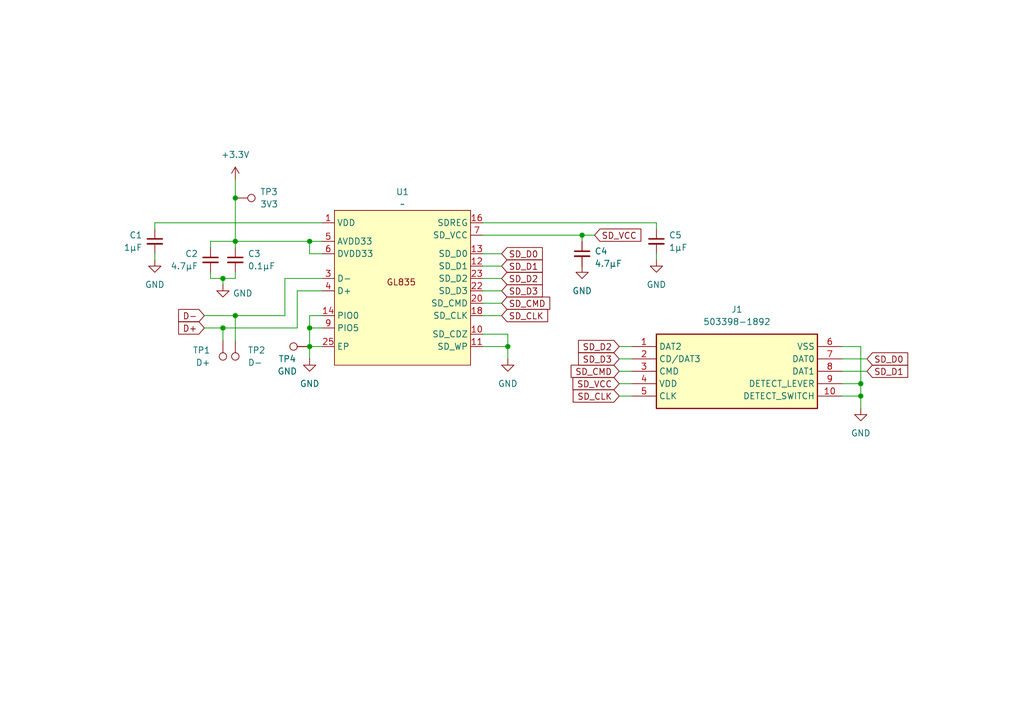
<source format=kicad_sch>
(kicad_sch (version 20240602) (generator "eeschema") (generator_version "8.99")
  (paper "A5")
  (lib_symbols
    (symbol "Connector:TestPoint" (pin_numbers hide) (pin_names (offset 0.762) hide)
      (property "Reference" "TP" (at 0 6.858 0))
      (property "Value" "TestPoint" (at 0 5.08 0))
      (symbol "TestPoint_0_1"
        (circle (center 0 3.302) (radius 0.762))
      )
      (symbol "TestPoint_1_1"
        (pin passive line (at 0 0 90) (length 2.54) (name "1") (number "1"))
      )
    )
    (symbol "Device:C_Small" (pin_numbers hide) (pin_names (offset 0.254) hide)
      (property "Reference" "C" (at 0.254 1.778 0))
      (property "Value" "C_Small" (at 0.254 -2.032 0))
      (symbol "C_Small_0_1"
        (polyline (pts (xy -1.524 0.508) (xy 1.524 0.508)) (stroke (width 0.3048)))
        (polyline (pts (xy -1.524 -0.508) (xy 1.524 -0.508)) (stroke (width 0.3302)))
      )
      (symbol "C_Small_1_1"
        (pin passive line (at 0 2.54 270) (length 2.032) (name "~") (number "1"))
        (pin passive line (at 0 -2.54 90) (length 2.032) (name "~") (number "2"))
      )
    )
    (symbol "SamacSys_Parts:503398-1892"
      (property "Reference" "J" (at 39.37 7.62 0))
      (property "Value" "503398-1892" (at 39.37 5.08 0))
      (symbol "503398-1892_1_1"
        (rectangle (start 5.08 2.54) (end 38.1 -12.7) (stroke (width 0.254)) (fill (type background)))
        (pin passive line (at 0 0 0) (length 5.08) (name "DAT2") (number "1"))
        (pin passive line (at 43.18 -10.16 180) (length 5.08) (name "DETECT_SWITCH") (number "10"))
        (pin passive line (at 0 -2.54 0) (length 5.08) (name "CD/DAT3") (number "2"))
        (pin passive line (at 0 -5.08 0) (length 5.08) (name "CMD") (number "3"))
        (pin passive line (at 0 -7.62 0) (length 5.08) (name "VDD") (number "4"))
        (pin passive line (at 0 -10.16 0) (length 5.08) (name "CLK") (number "5"))
        (pin passive line (at 43.18 0 180) (length 5.08) (name "VSS") (number "6"))
        (pin passive line (at 43.18 -2.54 180) (length 5.08) (name "DAT0") (number "7"))
        (pin passive line (at 43.18 -5.08 180) (length 5.08) (name "DAT1") (number "8"))
        (pin passive line (at 43.18 -7.62 180) (length 5.08) (name "DETECT_LEVER") (number "9"))
      )
    )
    (symbol "SamacSys_Parts:GL835"
      (property "Reference" "U1" (at 0 19.05 0))
      (property "Value" "~" (at 0 16.51 0))
      (symbol "GL835_1_1"
        (rectangle (start -13.97 15.24) (end 13.97 -16.51) (fill (type background)))
        (text "GL835" (at -0.254 0.508 0) (effects (font (size 1.27 1.27))))
        (pin input line (at -16.51 12.7 0) (length 2.54) (name "VDD") (number "1"))
        (pin input line (at 16.51 -10.16 180) (length 2.54) (name "SD_CDZ") (number "10"))
        (pin input line (at 16.51 -12.7 180) (length 2.54) (name "SD_WP") (number "11"))
        (pin input line (at 16.51 3.81 180) (length 2.54) (name "SD_D1") (number "12"))
        (pin input line (at 16.51 6.35 180) (length 2.54) (name "SD_D0") (number "13"))
        (pin input line (at -16.51 -6.35 0) (length 2.54) (name "PIO0") (number "14"))
        (pin input line (at 16.51 12.7 180) (length 2.54) (name "SDREG") (number "16"))
        (pin input line (at 16.51 -6.35 180) (length 2.54) (name "SD_CLK") (number "18"))
        (pin input line (at 16.51 -3.81 180) (length 2.54) (name "SD_CMD") (number "20"))
        (pin input line (at 16.51 -1.27 180) (length 2.54) (name "SD_D3") (number "22"))
        (pin input line (at 16.51 1.27 180) (length 2.54) (name "SD_D2") (number "23"))
        (pin input line (at -16.51 -12.7 0) (length 2.54) (name "EP") (number "25"))
        (pin input line (at -16.51 1.27 0) (length 2.54) (name "D-") (number "3"))
        (pin input line (at -16.51 -1.27 0) (length 2.54) (name "D+") (number "4"))
        (pin input line (at -16.51 8.89 0) (length 2.54) (name "AVDD33") (number "5"))
        (pin input line (at -16.51 6.35 0) (length 2.54) (name "DVDD33") (number "6"))
        (pin input line (at 16.51 10.16 180) (length 2.54) (name "SD_VCC") (number "7"))
        (pin input line (at -16.51 -8.89 0) (length 2.54) (name "PIO5") (number "9"))
      )
    )
    (symbol "power:+3.3V" (power) (pin_numbers hide) (pin_names (offset 0) hide)
      (property "Value" "+3.3V" (at 0 3.556 0))
      (symbol "+3.3V_0_1"
        (polyline (pts (xy -0.762 1.27) (xy 0 2.54)))
        (polyline (pts (xy 0 2.54) (xy 0.762 1.27)))
        (polyline (pts (xy 0 0) (xy 0 2.54)))
      )
      (symbol "+3.3V_1_1"
        (pin power_in line (at 0 0 90) (length 0) (name "~") (number "1"))
      )
    )
    (symbol "power:GND" (power) (pin_numbers hide) (pin_names (offset 0) hide)
      (property "Value" "GND" (at 0 -3.81 0))
      (symbol "GND_0_1"
        (polyline (pts (xy 0 0) (xy 0 -1.27) (xy 1.27 -1.27) (xy 0 -2.54) (xy -1.27 -1.27) (xy 0 -1.27)))
      )
      (symbol "GND_1_1"
        (pin power_in line (at 0 0 270) (length 0) (name "~") (number "1"))
      )
    )
  )
  (junction (at 45.72 67.31))
  (junction (at 48.26 64.77))
  (junction (at 104.14 71.12))
  (junction (at 48.26 40.64))
  (junction (at 176.53 81.28))
  (junction (at 63.5 49.53))
  (junction (at 119.38 48.26))
  (junction (at 63.5 71.12))
  (junction (at 48.26 49.53))
  (junction (at 176.53 78.74))
  (junction (at 63.5 67.31))
  (junction (at 45.72 57.15))
  (wire (pts (xy 60.96 67.31) (xy 60.96 59.69)))
  (wire (pts (xy 60.96 59.69) (xy 66.04 59.69)))
  (wire (pts (xy 63.5 67.31) (xy 66.04 67.31)))
  (wire (pts (xy 172.72 73.66) (xy 177.8 73.66)))
  (wire (pts (xy 63.5 67.31) (xy 63.5 71.12)))
  (wire (pts (xy 99.06 71.12) (xy 104.14 71.12)))
  (wire (pts (xy 134.62 53.34) (xy 134.62 52.07)))
  (wire (pts (xy 66.04 52.07) (xy 63.5 52.07)))
  (wire (pts (xy 31.75 45.72) (xy 66.04 45.72)))
  (wire (pts (xy 58.42 57.15) (xy 66.04 57.15)))
  (wire (pts (xy 172.72 78.74) (xy 176.53 78.74)))
  (wire (pts (xy 41.91 64.77) (xy 48.26 64.77)))
  (wire (pts (xy 176.53 83.82) (xy 176.53 81.28)))
  (wire (pts (xy 99.06 48.26) (xy 119.38 48.26)))
  (wire (pts (xy 45.72 57.15) (xy 45.72 58.42)))
  (wire (pts (xy 104.14 71.12) (xy 104.14 68.58)))
  (wire (pts (xy 31.75 46.99) (xy 31.75 45.72)))
  (wire (pts (xy 48.26 57.15) (xy 45.72 57.15)))
  (wire (pts (xy 127 81.28) (xy 129.54 81.28)))
  (wire (pts (xy 176.53 71.12) (xy 172.72 71.12)))
  (wire (pts (xy 45.72 67.31) (xy 60.96 67.31)))
  (wire (pts (xy 99.06 45.72) (xy 134.62 45.72)))
  (wire (pts (xy 102.87 64.77) (xy 99.06 64.77)))
  (wire (pts (xy 48.26 55.88) (xy 48.26 57.15)))
  (wire (pts (xy 172.72 76.2) (xy 177.8 76.2)))
  (wire (pts (xy 102.87 57.15) (xy 99.06 57.15)))
  (wire (pts (xy 63.5 64.77) (xy 63.5 67.31)))
  (wire (pts (xy 31.75 53.34) (xy 31.75 52.07)))
  (wire (pts (xy 48.26 64.77) (xy 48.26 69.85)))
  (wire (pts (xy 48.26 49.53) (xy 63.5 49.53)))
  (wire (pts (xy 104.14 73.66) (xy 104.14 71.12)))
  (wire (pts (xy 176.53 78.74) (xy 176.53 71.12)))
  (wire (pts (xy 41.91 67.31) (xy 45.72 67.31)))
  (wire (pts (xy 45.72 67.31) (xy 45.72 69.85)))
  (wire (pts (xy 102.87 54.61) (xy 99.06 54.61)))
  (wire (pts (xy 66.04 64.77) (xy 63.5 64.77)))
  (wire (pts (xy 66.04 71.12) (xy 63.5 71.12)))
  (wire (pts (xy 176.53 81.28) (xy 176.53 78.74)))
  (wire (pts (xy 119.38 48.26) (xy 121.92 48.26)))
  (wire (pts (xy 63.5 52.07) (xy 63.5 49.53)))
  (wire (pts (xy 102.87 52.07) (xy 99.06 52.07)))
  (wire (pts (xy 45.72 57.15) (xy 43.18 57.15)))
  (wire (pts (xy 48.26 50.8) (xy 48.26 49.53)))
  (wire (pts (xy 48.26 64.77) (xy 58.42 64.77)))
  (wire (pts (xy 43.18 57.15) (xy 43.18 55.88)))
  (wire (pts (xy 48.26 36.83) (xy 48.26 40.64)))
  (wire (pts (xy 63.5 49.53) (xy 66.04 49.53)))
  (wire (pts (xy 127 78.74) (xy 129.54 78.74)))
  (wire (pts (xy 43.18 50.8) (xy 43.18 49.53)))
  (wire (pts (xy 102.87 59.69) (xy 99.06 59.69)))
  (wire (pts (xy 48.26 40.64) (xy 48.26 49.53)))
  (wire (pts (xy 104.14 68.58) (xy 99.06 68.58)))
  (wire (pts (xy 58.42 64.77) (xy 58.42 57.15)))
  (wire (pts (xy 134.62 45.72) (xy 134.62 46.99)))
  (wire (pts (xy 127 71.12) (xy 129.54 71.12)))
  (wire (pts (xy 127 76.2) (xy 129.54 76.2)))
  (wire (pts (xy 102.87 62.23) (xy 99.06 62.23)))
  (wire (pts (xy 127 73.66) (xy 129.54 73.66)))
  (wire (pts (xy 43.18 49.53) (xy 48.26 49.53)))
  (wire (pts (xy 63.5 71.12) (xy 63.5 73.66)))
  (wire (pts (xy 172.72 81.28) (xy 176.53 81.28)))
  (wire (pts (xy 119.38 48.26) (xy 119.38 49.53)))
  (global_label "SD_D3" (shape input) (at 127 73.66 180) (property "Intersheetrefs" "${INTERSHEET_REFS}" (effects (hide yes))))
  (global_label "SD_CLK" (shape input) (at 127 81.28 180) (property "Intersheetrefs" "${INTERSHEET_REFS}" (effects (hide yes))))
  (global_label "SD_VCC" (shape input) (at 121.92 48.26 0) (property "Intersheetrefs" "${INTERSHEET_REFS}" (effects (hide yes))))
  (global_label "SD_D2" (shape input) (at 127 71.12 180) (property "Intersheetrefs" "${INTERSHEET_REFS}" (effects (hide yes))))
  (global_label "SD_CLK" (shape input) (at 102.87 64.77 0) (property "Intersheetrefs" "${INTERSHEET_REFS}" (effects (hide yes))))
  (global_label "SD_CMD" (shape input) (at 127 76.2 180) (property "Intersheetrefs" "${INTERSHEET_REFS}" (effects (hide yes))))
  (global_label "SD_D0" (shape input) (at 177.8 73.66 0) (property "Intersheetrefs" "${INTERSHEET_REFS}" (effects (hide yes))))
  (global_label "D+" (shape input) (at 41.91 67.31 180) (property "Intersheetrefs" "${INTERSHEET_REFS}" (effects (hide yes))))
  (global_label "SD_D3" (shape input) (at 102.87 59.69 0) (property "Intersheetrefs" "${INTERSHEET_REFS}" (effects (hide yes))))
  (global_label "SD_D0" (shape input) (at 102.87 52.07 0) (property "Intersheetrefs" "${INTERSHEET_REFS}" (effects (hide yes))))
  (global_label "SD_D2" (shape input) (at 102.87 57.15 0) (property "Intersheetrefs" "${INTERSHEET_REFS}" (effects (hide yes))))
  (global_label "SD_D1" (shape input) (at 102.87 54.61 0) (property "Intersheetrefs" "${INTERSHEET_REFS}" (effects (hide yes))))
  (global_label "D-" (shape input) (at 41.91 64.77 180) (property "Intersheetrefs" "${INTERSHEET_REFS}" (effects (hide yes))))
  (global_label "SD_VCC" (shape input) (at 127 78.74 180) (property "Intersheetrefs" "${INTERSHEET_REFS}" (effects (hide yes))))
  (global_label "SD_CMD" (shape input) (at 102.87 62.23 0) (property "Intersheetrefs" "${INTERSHEET_REFS}" (effects (hide yes))))
  (global_label "SD_D1" (shape input) (at 177.8 76.2 0) (property "Intersheetrefs" "${INTERSHEET_REFS}" (effects (hide yes))))
  (symbol (lib_id "Connector:TestPoint") (at 63.5 71.12 90) (unit 1)
    (property "Reference" "TP4" (at 58.928 73.66 90))
    (property "Value" "GND" (at 58.928 76.2 90))
    (property "Footprint" "TestPoint:TestPoint_Pad_D1.5mm" (effects (hide yes)))
    (property "Description" "test point" (effects (hide yes)))
  )
  (symbol (lib_id "SamacSys_Parts:GL835") (at 82.55 58.42 0) (unit 1)
    (property "Reference" "U1" (at 82.55 39.37 0))
    (property "Value" "~" (at 82.55 41.91 0))
    (property "Footprint" "Package_DFN_QFN:HVQFN-24-1EP_4x4mm_P0.5mm_EP2.5x2.5mm" (effects (hide yes)))
  )
  (symbol (lib_id "Device:C_Small") (at 119.38 52.07 0) (unit 1)
    (property "Reference" "C4" (at 121.92 51.562 0) (effects (justify left)))
    (property "Value" "4.7μF" (at 121.92 54.102 0) (effects (justify left)))
    (property "Footprint" "Capacitor_SMD:C_0603_1608Metric" (effects (hide yes)))
    (property "Description" "Unpolarized capacitor, small symbol" (effects (hide yes)))
  )
  (symbol (lib_id "power:GND") (at 104.14 73.66 0) (unit 1)
    (property "Reference" "#PWR03" (effects (hide yes)))
    (property "Value" "GND" (at 104.14 78.74 0))
    (property "Description" "Power symbol creates a global label with name \"GND\" , ground" (effects (hide yes)))
  )
  (symbol (lib_id "power:GND") (at 176.53 83.82 0) (unit 1)
    (property "Reference" "#PWR02" (effects (hide yes)))
    (property "Value" "GND" (at 176.53 88.9 0))
    (property "Description" "Power symbol creates a global label with name \"GND\" , ground" (effects (hide yes)))
  )
  (symbol (lib_id "Connector:TestPoint") (at 48.26 69.85 180) (unit 1)
    (property "Reference" "TP2" (at 50.8 71.8819 0) (effects (justify right)))
    (property "Value" "D-" (at 50.8 74.4219 0) (effects (justify right)))
    (property "Footprint" "TestPoint:TestPoint_Pad_D1.5mm" (effects (hide yes)))
    (property "Description" "test point" (effects (hide yes)))
  )
  (symbol (lib_id "Connector:TestPoint") (at 48.26 40.64 270) (unit 1)
    (property "Reference" "TP3" (at 53.34 39.3699 90) (effects (justify left)))
    (property "Value" "3V3" (at 53.34 41.9099 90) (effects (justify left)))
    (property "Footprint" "TestPoint:TestPoint_Pad_D1.5mm" (effects (hide yes)))
    (property "Description" "test point" (effects (hide yes)))
  )
  (symbol (lib_id "power:GND") (at 63.5 73.66 0) (unit 1)
    (property "Reference" "#PWR01" (effects (hide yes)))
    (property "Value" "GND" (at 63.5 78.74 0))
    (property "Description" "Power symbol creates a global label with name \"GND\" , ground" (effects (hide yes)))
  )
  (symbol (lib_id "Device:C_Small") (at 48.26 53.34 0) (unit 1)
    (property "Reference" "C3" (at 50.8 52.0762 0) (effects (justify left)))
    (property "Value" "0.1μF" (at 50.8 54.6162 0) (effects (justify left)))
    (property "Footprint" "Capacitor_SMD:C_0402_1005Metric" (effects (hide yes)))
    (property "Description" "Unpolarized capacitor, small symbol" (effects (hide yes)))
  )
  (symbol (lib_id "Device:C_Small") (at 43.18 53.34 0) (mirror y) (unit 1)
    (property "Reference" "C2" (at 40.64 52.0762 0) (effects (justify left)))
    (property "Value" "4.7μF" (at 40.64 54.6162 0) (effects (justify left)))
    (property "Footprint" "Capacitor_SMD:C_0603_1608Metric" (effects (hide yes)))
    (property "Description" "Unpolarized capacitor, small symbol" (effects (hide yes)))
  )
  (symbol (lib_id "SamacSys_Parts:503398-1892") (at 129.54 71.12 0) (unit 1)
    (property "Reference" "J1" (at 151.13 63.5 0))
    (property "Value" "503398-1892" (at 151.13 66.04 0))
    (property "Footprint" "SamacSys_Parts:503398-1892" (effects (hide yes)))
    (property "Datasheet" "http://www.molex.com/webdocs/datasheets/pdf/en-us//5033981892_MEMORY_CARD_SOCKET.pdf" (effects (hide yes)))
    (property "Description" "MicroSD SMT Push-Push 1.28mm height MicroSD SMT Push-Push 1.28mm height" (effects (hide yes)))
    (property "Mouser Part Number" "538-503398-1892" (effects (hide yes)))
    (property "Mouser Price/Stock" "https://www.mouser.co.uk/ProductDetail/Molex/503398-1892?qs=b0v8CoHHvSMxV%252BW12iKaSg%3D%3D" (effects (hide yes)))
    (property "Manufacturer_Name" "Molex" (effects (hide yes)))
    (property "Manufacturer_Part_Number" "503398-1892" (effects (hide yes)))
  )
  (symbol (lib_id "Device:C_Small") (at 134.62 49.53 0) (unit 1)
    (property "Reference" "C5" (at 137.16 48.2662 0) (effects (justify left)))
    (property "Value" "1μF" (at 137.16 50.8062 0) (effects (justify left)))
    (property "Footprint" "Capacitor_SMD:C_0402_1005Metric" (effects (hide yes)))
    (property "Description" "Unpolarized capacitor, small symbol" (effects (hide yes)))
  )
  (symbol (lib_id "power:GND") (at 119.38 54.61 0) (unit 1)
    (property "Reference" "#PWR06" (effects (hide yes)))
    (property "Value" "GND" (at 119.38 59.69 0))
    (property "Description" "Power symbol creates a global label with name \"GND\" , ground" (effects (hide yes)))
  )
  (symbol (lib_id "power:GND") (at 134.62 53.34 0) (mirror y) (unit 1)
    (property "Reference" "#PWR07" (effects (hide yes)))
    (property "Value" "GND" (at 134.62 58.42 0))
    (property "Description" "Power symbol creates a global label with name \"GND\" , ground" (effects (hide yes)))
  )
  (symbol (lib_id "power:GND") (at 45.72 58.42 0) (unit 1)
    (property "Reference" "#PWR05" (effects (hide yes)))
    (property "Value" "GND" (at 49.784 60.198 0))
    (property "Description" "Power symbol creates a global label with name \"GND\" , ground" (effects (hide yes)))
  )
  (symbol (lib_id "Device:C_Small") (at 31.75 49.53 0) (mirror y) (unit 1)
    (property "Reference" "C1" (at 29.21 48.2662 0) (effects (justify left)))
    (property "Value" "1μF" (at 29.21 50.8062 0) (effects (justify left)))
    (property "Footprint" "Capacitor_SMD:C_0402_1005Metric" (effects (hide yes)))
    (property "Description" "Unpolarized capacitor, small symbol" (effects (hide yes)))
  )
  (symbol (lib_id "power:+3.3V") (at 48.26 36.83 0) (unit 1)
    (property "Reference" "#PWR08" (effects (hide yes)))
    (property "Value" "+3.3V" (at 48.26 31.75 0))
    (property "Description" "Power symbol creates a global label with name \"+3.3V\"" (effects (hide yes)))
  )
  (symbol (lib_id "Connector:TestPoint") (at 45.72 69.85 0) (mirror x) (unit 1)
    (property "Reference" "TP1" (at 43.18 71.8819 0) (effects (justify right)))
    (property "Value" "D+" (at 43.18 74.4219 0) (effects (justify right)))
    (property "Footprint" "TestPoint:TestPoint_Pad_D1.5mm" (effects (hide yes)))
    (property "Description" "test point" (effects (hide yes)))
  )
  (symbol (lib_id "power:GND") (at 31.75 53.34 0) (unit 1)
    (property "Reference" "#PWR04" (effects (hide yes)))
    (property "Value" "GND" (at 31.75 58.42 0))
    (property "Description" "Power symbol creates a global label with name \"GND\" , ground" (effects (hide yes)))
  )
)
</source>
